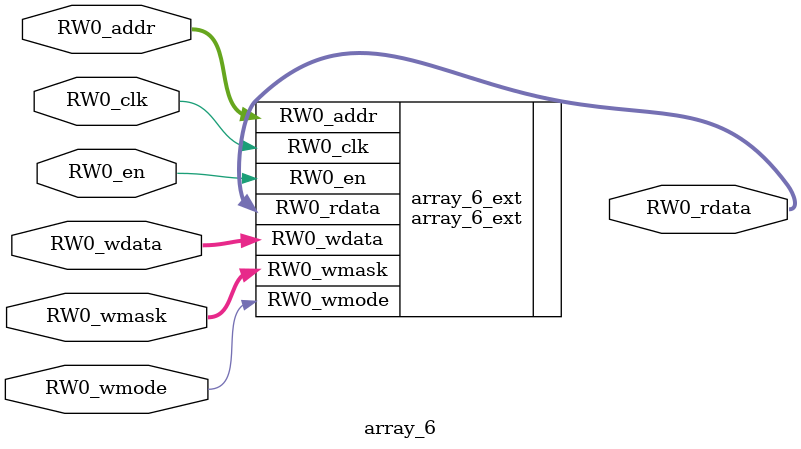
<source format=v>
`ifndef RANDOMIZE
  `ifdef RANDOMIZE_MEM_INIT
    `define RANDOMIZE
  `endif // RANDOMIZE_MEM_INIT
`endif // not def RANDOMIZE
`ifndef RANDOMIZE
  `ifdef RANDOMIZE_REG_INIT
    `define RANDOMIZE
  `endif // RANDOMIZE_REG_INIT
`endif // not def RANDOMIZE
`ifndef RANDOM
  `define RANDOM $random
`endif // not def RANDOM
// Users can define INIT_RANDOM as general code that gets injected into the
// initializer block for modules with registers.
`ifndef INIT_RANDOM
  `define INIT_RANDOM
`endif // not def INIT_RANDOM
// If using random initialization, you can also define RANDOMIZE_DELAY to
// customize the delay used, otherwise 0.002 is used.
`ifndef RANDOMIZE_DELAY
  `define RANDOMIZE_DELAY 0.002
`endif // not def RANDOMIZE_DELAY
// Define INIT_RANDOM_PROLOG_ for use in our modules below.
`ifndef INIT_RANDOM_PROLOG_
  `ifdef RANDOMIZE
    `ifdef VERILATOR
      `define INIT_RANDOM_PROLOG_ `INIT_RANDOM
    `else  // VERILATOR
      `define INIT_RANDOM_PROLOG_ `INIT_RANDOM #`RANDOMIZE_DELAY begin end
    `endif // VERILATOR
  `else  // RANDOMIZE
    `define INIT_RANDOM_PROLOG_
  `endif // RANDOMIZE
`endif // not def INIT_RANDOM_PROLOG_
// Include register initializers in init blocks unless synthesis is set
`ifndef SYNTHESIS
  `ifndef ENABLE_INITIAL_REG_
    `define ENABLE_INITIAL_REG_
  `endif // not def ENABLE_INITIAL_REG_
`endif // not def SYNTHESIS
// Include rmemory initializers in init blocks unless synthesis is set
`ifndef SYNTHESIS
  `ifndef ENABLE_INITIAL_MEM_
    `define ENABLE_INITIAL_MEM_
  `endif // not def ENABLE_INITIAL_MEM_
`endif // not def SYNTHESIS
module array_6(
  input  [6:0]   RW0_addr,
  input          RW0_en,
  input          RW0_clk,
  input          RW0_wmode,
  input  [107:0] RW0_wdata,
  output [107:0] RW0_rdata,
  input  [107:0] RW0_wmask
);

  array_6_ext array_6_ext (
    .RW0_addr  (RW0_addr),
    .RW0_en    (RW0_en),
    .RW0_clk   (RW0_clk),
    .RW0_wmode (RW0_wmode),
    .RW0_wdata (RW0_wdata),
    .RW0_rdata (RW0_rdata),
    .RW0_wmask (RW0_wmask)
  );
endmodule


</source>
